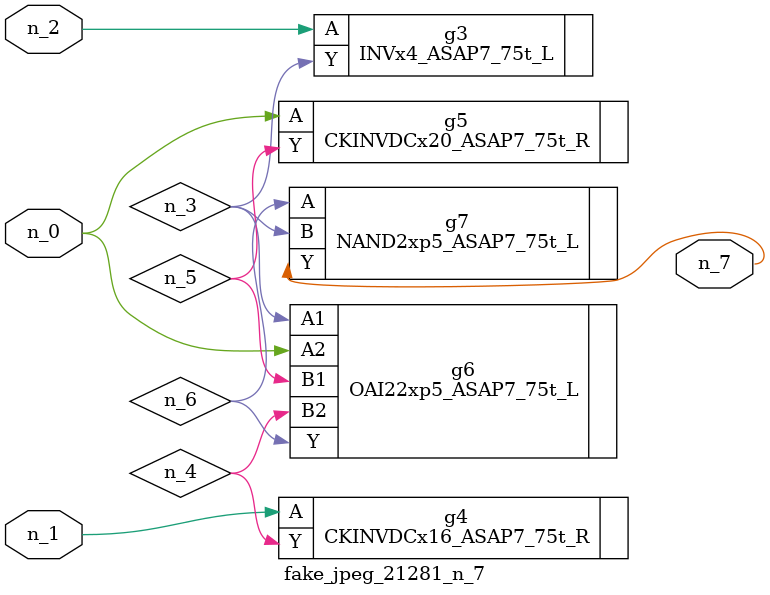
<source format=v>
module fake_jpeg_21281_n_7 (n_0, n_2, n_1, n_7);

input n_0;
input n_2;
input n_1;

output n_7;

wire n_3;
wire n_4;
wire n_6;
wire n_5;

INVx4_ASAP7_75t_L g3 ( 
.A(n_2),
.Y(n_3)
);

CKINVDCx16_ASAP7_75t_R g4 ( 
.A(n_1),
.Y(n_4)
);

CKINVDCx20_ASAP7_75t_R g5 ( 
.A(n_0),
.Y(n_5)
);

OAI22xp5_ASAP7_75t_L g6 ( 
.A1(n_3),
.A2(n_0),
.B1(n_5),
.B2(n_4),
.Y(n_6)
);

NAND2xp5_ASAP7_75t_L g7 ( 
.A(n_6),
.B(n_3),
.Y(n_7)
);


endmodule
</source>
